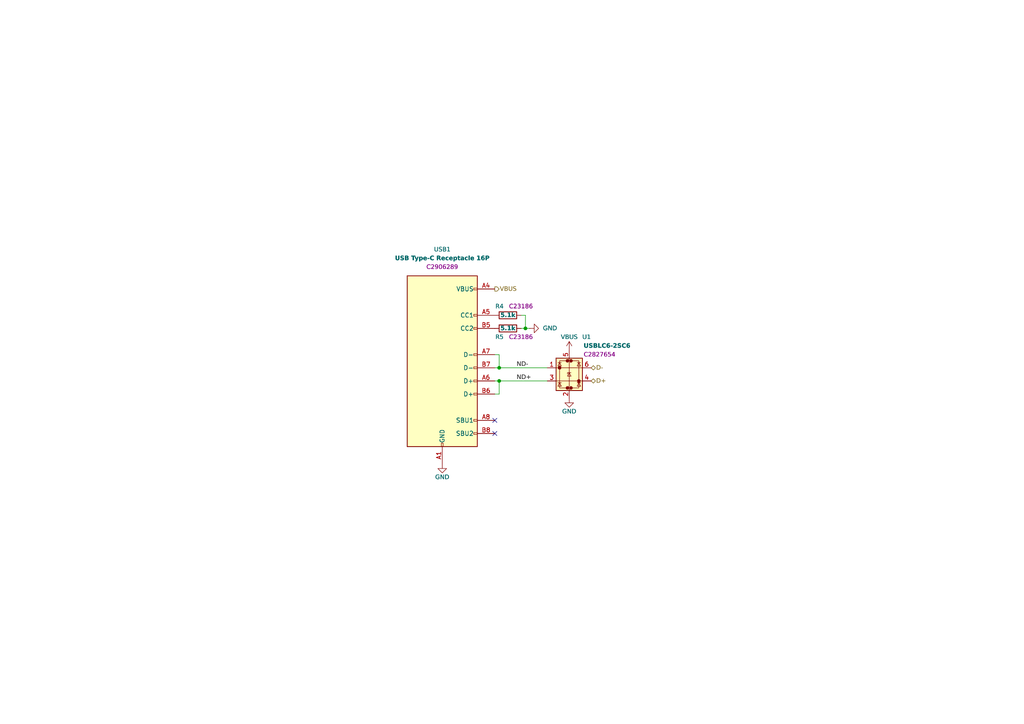
<source format=kicad_sch>
(kicad_sch
	(version 20231120)
	(generator "eeschema")
	(generator_version "8.0")
	(uuid "76989b56-3a9a-4ba7-8653-2c09cc34f1ca")
	(paper "A4")
	(title_block
		(title "HexTrack PCB")
		(date "2025-01-09")
		(rev "v0.0.1")
		(company "TMShader")
		(comment 9 "HexTrack")
	)
	(lib_symbols
		(symbol "Device:R"
			(pin_numbers hide)
			(pin_names
				(offset 0)
			)
			(exclude_from_sim no)
			(in_bom yes)
			(on_board yes)
			(property "Reference" "R"
				(at 2.032 0 90)
				(effects
					(font
						(size 1.27 1.27)
					)
				)
			)
			(property "Value" "R"
				(at 0 0 90)
				(effects
					(font
						(size 1.27 1.27)
					)
				)
			)
			(property "Footprint" ""
				(at -1.778 0 90)
				(effects
					(font
						(size 1.27 1.27)
					)
					(hide yes)
				)
			)
			(property "Datasheet" "~"
				(at 0 0 0)
				(effects
					(font
						(size 1.27 1.27)
					)
					(hide yes)
				)
			)
			(property "Description" "Resistor"
				(at 0 0 0)
				(effects
					(font
						(size 1.27 1.27)
					)
					(hide yes)
				)
			)
			(property "ki_keywords" "R res resistor"
				(at 0 0 0)
				(effects
					(font
						(size 1.27 1.27)
					)
					(hide yes)
				)
			)
			(property "ki_fp_filters" "R_*"
				(at 0 0 0)
				(effects
					(font
						(size 1.27 1.27)
					)
					(hide yes)
				)
			)
			(symbol "R_0_1"
				(rectangle
					(start -1.016 -2.54)
					(end 1.016 2.54)
					(stroke
						(width 0.254)
						(type default)
					)
					(fill
						(type none)
					)
				)
			)
			(symbol "R_1_1"
				(pin passive line
					(at 0 3.81 270)
					(length 1.27)
					(name "~"
						(effects
							(font
								(size 1.27 1.27)
							)
						)
					)
					(number "1"
						(effects
							(font
								(size 1.27 1.27)
							)
						)
					)
				)
				(pin passive line
					(at 0 -3.81 90)
					(length 1.27)
					(name "~"
						(effects
							(font
								(size 1.27 1.27)
							)
						)
					)
					(number "2"
						(effects
							(font
								(size 1.27 1.27)
							)
						)
					)
				)
			)
		)
		(symbol "HexTrack:USBLC6-2SC6"
			(pin_names hide)
			(exclude_from_sim no)
			(in_bom yes)
			(on_board yes)
			(property "Reference" "U1"
				(at 1.27 10.16 0)
				(effects
					(font
						(face "Lexend")
						(size 1.27 1.27)
					)
					(justify left)
				)
			)
			(property "Value" "USBLC6-2SC6"
				(at 1.27 7.62 0)
				(effects
					(font
						(face "Lexend")
						(size 1.27 1.27)
						(thickness 0.254)
						(bold yes)
					)
					(justify left)
				)
			)
			(property "Footprint" "Package_TO_SOT_SMD:SOT-23-6"
				(at 1.27 -6.35 0)
				(effects
					(font
						(size 1.27 1.27)
						(italic yes)
					)
					(justify left)
					(hide yes)
				)
			)
			(property "Datasheet" "https://www.st.com/resource/en/datasheet/usblc6-2.pdf"
				(at 1.27 -8.255 0)
				(effects
					(font
						(size 1.27 1.27)
					)
					(justify left)
					(hide yes)
				)
			)
			(property "Description" "Very low capacitance ESD protection diode, 2 data-line, SOT-23-6"
				(at 0 0 0)
				(effects
					(font
						(size 1.27 1.27)
					)
					(hide yes)
				)
			)
			(property "LCSC" "C2827654"
				(at 1.27 5.08 0)
				(effects
					(font
						(face "Lexend")
						(size 1.27 1.27)
					)
					(justify left)
				)
			)
			(property "ki_keywords" "usb ethernet video"
				(at 0 0 0)
				(effects
					(font
						(size 1.27 1.27)
					)
					(hide yes)
				)
			)
			(property "ki_fp_filters" "SOT?23*"
				(at 0 0 0)
				(effects
					(font
						(size 1.27 1.27)
					)
					(hide yes)
				)
			)
			(symbol "USBLC6-2SC6_0_0"
				(circle
					(center -2.794 1.27)
					(radius 0.0001)
					(stroke
						(width 0.508)
						(type default)
					)
					(fill
						(type none)
					)
				)
				(circle
					(center -0.508 -4.572)
					(radius 0.0001)
					(stroke
						(width 0.508)
						(type default)
					)
					(fill
						(type none)
					)
				)
				(circle
					(center -0.508 3.302)
					(radius 0.0001)
					(stroke
						(width 0.508)
						(type default)
					)
					(fill
						(type none)
					)
				)
				(circle
					(center 0.508 -4.572)
					(radius 0.0001)
					(stroke
						(width 0.508)
						(type default)
					)
					(fill
						(type none)
					)
				)
				(circle
					(center 0.508 3.302)
					(radius 0.0001)
					(stroke
						(width 0.508)
						(type default)
					)
					(fill
						(type none)
					)
				)
				(circle
					(center 2.794 -2.54)
					(radius 0.0001)
					(stroke
						(width 0.508)
						(type default)
					)
					(fill
						(type none)
					)
				)
			)
			(symbol "USBLC6-2SC6_0_1"
				(polyline
					(pts
						(xy -3.81 -2.54) (xy 3.81 -2.54)
					)
					(stroke
						(width 0)
						(type default)
					)
					(fill
						(type none)
					)
				)
				(polyline
					(pts
						(xy -3.81 1.27) (xy 3.81 1.27)
					)
					(stroke
						(width 0)
						(type default)
					)
					(fill
						(type none)
					)
				)
				(polyline
					(pts
						(xy -3.302 -3.048) (xy -2.286 -3.048)
					)
					(stroke
						(width 0)
						(type default)
					)
					(fill
						(type none)
					)
				)
				(polyline
					(pts
						(xy -2.286 2.794) (xy -3.302 2.794)
					)
					(stroke
						(width 0)
						(type default)
					)
					(fill
						(type none)
					)
				)
				(polyline
					(pts
						(xy 2.286 -3.048) (xy 3.302 -3.048)
					)
					(stroke
						(width 0)
						(type default)
					)
					(fill
						(type none)
					)
				)
				(polyline
					(pts
						(xy 2.286 2.794) (xy 3.302 2.794)
					)
					(stroke
						(width 0)
						(type default)
					)
					(fill
						(type none)
					)
				)
				(polyline
					(pts
						(xy -0.508 -0.508) (xy -0.508 -0.127) (xy 0.508 -0.127)
					)
					(stroke
						(width 0)
						(type default)
					)
					(fill
						(type none)
					)
				)
				(polyline
					(pts
						(xy -3.302 1.778) (xy -2.286 1.778) (xy -2.794 2.794) (xy -3.302 1.778)
					)
					(stroke
						(width 0)
						(type default)
					)
					(fill
						(type none)
					)
				)
				(polyline
					(pts
						(xy -2.286 -4.064) (xy -3.302 -4.064) (xy -2.794 -3.048) (xy -2.286 -4.064)
					)
					(stroke
						(width 0)
						(type default)
					)
					(fill
						(type none)
					)
				)
				(polyline
					(pts
						(xy 0.508 -1.143) (xy -0.508 -1.143) (xy 0 -0.127) (xy 0.508 -1.143)
					)
					(stroke
						(width 0)
						(type default)
					)
					(fill
						(type none)
					)
				)
				(polyline
					(pts
						(xy 3.302 -4.064) (xy 2.286 -4.064) (xy 2.794 -3.048) (xy 3.302 -4.064)
					)
					(stroke
						(width 0)
						(type default)
					)
					(fill
						(type none)
					)
				)
				(polyline
					(pts
						(xy 3.302 1.778) (xy 2.286 1.778) (xy 2.794 2.794) (xy 3.302 1.778)
					)
					(stroke
						(width 0)
						(type default)
					)
					(fill
						(type none)
					)
				)
				(polyline
					(pts
						(xy 0 3.81) (xy -0.508 3.302) (xy 0.508 3.302) (xy 0 2.794) (xy 0 -4.064) (xy -0.508 -4.572) (xy 0.508 -4.572)
						(xy 0 -5.08)
					)
					(stroke
						(width 0)
						(type default)
					)
					(fill
						(type none)
					)
				)
			)
			(symbol "USBLC6-2SC6_1_1"
				(rectangle
					(start -3.81 4.064)
					(end 3.81 -5.334)
					(stroke
						(width 0.254)
						(type default)
					)
					(fill
						(type background)
					)
				)
				(polyline
					(pts
						(xy -0.508 3.302) (xy -2.794 3.302) (xy -2.794 -4.572) (xy -0.508 -4.572)
					)
					(stroke
						(width 0)
						(type default)
					)
					(fill
						(type none)
					)
				)
				(polyline
					(pts
						(xy 0.508 -4.572) (xy 2.794 -4.572) (xy 2.794 3.302) (xy 0.508 3.302)
					)
					(stroke
						(width 0)
						(type default)
					)
					(fill
						(type none)
					)
				)
				(pin passive line
					(at -6.35 1.27 0)
					(length 2.54)
					(name "I/O1"
						(effects
							(font
								(size 1.27 1.27)
							)
						)
					)
					(number "1"
						(effects
							(font
								(size 1.27 1.27)
							)
						)
					)
				)
				(pin passive line
					(at 0 -7.62 90)
					(length 2.54)
					(name "GND"
						(effects
							(font
								(size 1.27 1.27)
							)
						)
					)
					(number "2"
						(effects
							(font
								(size 1.27 1.27)
							)
						)
					)
				)
				(pin passive line
					(at -6.35 -2.54 0)
					(length 2.54)
					(name "I/O2"
						(effects
							(font
								(size 1.27 1.27)
							)
						)
					)
					(number "3"
						(effects
							(font
								(size 1.27 1.27)
							)
						)
					)
				)
				(pin passive line
					(at 6.35 -2.54 180)
					(length 2.54)
					(name "I/O2"
						(effects
							(font
								(size 1.27 1.27)
							)
						)
					)
					(number "4"
						(effects
							(font
								(size 1.27 1.27)
							)
						)
					)
				)
				(pin passive line
					(at 0 6.35 270)
					(length 2.54)
					(name "VBUS"
						(effects
							(font
								(size 1.27 1.27)
							)
						)
					)
					(number "5"
						(effects
							(font
								(size 1.27 1.27)
							)
						)
					)
				)
				(pin passive line
					(at 6.35 1.27 180)
					(length 2.54)
					(name "I/O1"
						(effects
							(font
								(size 1.27 1.27)
							)
						)
					)
					(number "6"
						(effects
							(font
								(size 1.27 1.27)
							)
						)
					)
				)
			)
		)
		(symbol "HexTrack:USB_C_Receptacle_USB2.0_16P"
			(pin_names
				(offset 1.016)
			)
			(exclude_from_sim no)
			(in_bom yes)
			(on_board yes)
			(property "Reference" "J1"
				(at 0 29.21 0)
				(effects
					(font
						(size 1.27 1.27)
					)
				)
			)
			(property "Value" "USB_C_Receptacle_USB2.0_16P"
				(at 0 26.67 0)
				(effects
					(font
						(size 1.27 1.27)
					)
				)
			)
			(property "Footprint" ""
				(at -15.24 -11.43 0)
				(effects
					(font
						(size 1.27 1.27)
					)
					(hide yes)
				)
			)
			(property "Datasheet" "https://www.usb.org/sites/default/files/documents/usb_type-c.zip"
				(at 3.81 0 0)
				(effects
					(font
						(size 1.27 1.27)
					)
					(hide yes)
				)
			)
			(property "Description" "USB 2.0-only 16P Type-C Receptacle connector"
				(at 0 0 0)
				(effects
					(font
						(size 1.27 1.27)
					)
					(hide yes)
				)
			)
			(property "ki_keywords" "usb universal serial bus type-C USB2.0"
				(at 0 0 0)
				(effects
					(font
						(size 1.27 1.27)
					)
					(hide yes)
				)
			)
			(property "ki_fp_filters" "USB*C*Receptacle*"
				(at 0 0 0)
				(effects
					(font
						(size 1.27 1.27)
					)
					(hide yes)
				)
			)
			(symbol "USB_C_Receptacle_USB2.0_16P_0_0"
				(rectangle
					(start -0.254 -25.4)
					(end 0.254 -24.384)
					(stroke
						(width 0)
						(type default)
					)
					(fill
						(type none)
					)
				)
				(rectangle
					(start 10.16 -21.336)
					(end 9.144 -21.844)
					(stroke
						(width 0)
						(type default)
					)
					(fill
						(type none)
					)
				)
				(rectangle
					(start 10.16 -17.526)
					(end 9.144 -18.034)
					(stroke
						(width 0)
						(type default)
					)
					(fill
						(type none)
					)
				)
				(rectangle
					(start 10.16 -9.906)
					(end 9.144 -10.414)
					(stroke
						(width 0)
						(type default)
					)
					(fill
						(type none)
					)
				)
				(rectangle
					(start 10.16 -6.096)
					(end 9.144 -6.604)
					(stroke
						(width 0)
						(type default)
					)
					(fill
						(type none)
					)
				)
				(rectangle
					(start 10.16 -2.286)
					(end 9.144 -2.794)
					(stroke
						(width 0)
						(type default)
					)
					(fill
						(type none)
					)
				)
				(rectangle
					(start 10.16 1.524)
					(end 9.144 1.016)
					(stroke
						(width 0)
						(type default)
					)
					(fill
						(type none)
					)
				)
				(rectangle
					(start 10.16 9.144)
					(end 9.144 8.636)
					(stroke
						(width 0)
						(type default)
					)
					(fill
						(type none)
					)
				)
				(rectangle
					(start 10.16 12.954)
					(end 9.144 12.446)
					(stroke
						(width 0)
						(type default)
					)
					(fill
						(type none)
					)
				)
				(rectangle
					(start 10.16 20.574)
					(end 9.144 20.066)
					(stroke
						(width 0)
						(type default)
					)
					(fill
						(type none)
					)
				)
			)
			(symbol "USB_C_Receptacle_USB2.0_16P_0_1"
				(rectangle
					(start -10.16 24.13)
					(end 10.16 -25.4)
					(stroke
						(width 0.254)
						(type default)
					)
					(fill
						(type background)
					)
				)
			)
			(symbol "USB_C_Receptacle_USB2.0_16P_1_1"
				(pin passive line
					(at 0 -30.48 90)
					(length 5.08)
					(name "GND"
						(effects
							(font
								(size 1.27 1.27)
							)
						)
					)
					(number "A1"
						(effects
							(font
								(size 1.27 1.27)
							)
						)
					)
				)
				(pin passive line
					(at 0 -30.48 90)
					(length 5.08) hide
					(name "GND"
						(effects
							(font
								(size 1.27 1.27)
							)
						)
					)
					(number "A12"
						(effects
							(font
								(size 1.27 1.27)
							)
						)
					)
				)
				(pin passive line
					(at 15.24 20.32 180)
					(length 5.08)
					(name "VBUS"
						(effects
							(font
								(size 1.27 1.27)
							)
						)
					)
					(number "A4"
						(effects
							(font
								(size 1.27 1.27)
							)
						)
					)
				)
				(pin bidirectional line
					(at 15.24 12.7 180)
					(length 5.08)
					(name "CC1"
						(effects
							(font
								(size 1.27 1.27)
							)
						)
					)
					(number "A5"
						(effects
							(font
								(size 1.27 1.27)
							)
						)
					)
				)
				(pin bidirectional line
					(at 15.24 -6.35 180)
					(length 5.08)
					(name "D+"
						(effects
							(font
								(size 1.27 1.27)
							)
						)
					)
					(number "A6"
						(effects
							(font
								(size 1.27 1.27)
							)
						)
					)
				)
				(pin bidirectional line
					(at 15.24 1.27 180)
					(length 5.08)
					(name "D-"
						(effects
							(font
								(size 1.27 1.27)
							)
						)
					)
					(number "A7"
						(effects
							(font
								(size 1.27 1.27)
							)
						)
					)
				)
				(pin bidirectional line
					(at 15.24 -17.78 180)
					(length 5.08)
					(name "SBU1"
						(effects
							(font
								(size 1.27 1.27)
							)
						)
					)
					(number "A8"
						(effects
							(font
								(size 1.27 1.27)
							)
						)
					)
				)
				(pin passive line
					(at 15.24 20.32 180)
					(length 5.08) hide
					(name "VBUS"
						(effects
							(font
								(size 1.27 1.27)
							)
						)
					)
					(number "A9"
						(effects
							(font
								(size 1.27 1.27)
							)
						)
					)
				)
				(pin passive line
					(at 0 -30.48 90)
					(length 5.08) hide
					(name "GND"
						(effects
							(font
								(size 1.27 1.27)
							)
						)
					)
					(number "B1"
						(effects
							(font
								(size 1.27 1.27)
							)
						)
					)
				)
				(pin passive line
					(at 0 -30.48 90)
					(length 5.08) hide
					(name "GND"
						(effects
							(font
								(size 1.27 1.27)
							)
						)
					)
					(number "B12"
						(effects
							(font
								(size 1.27 1.27)
							)
						)
					)
				)
				(pin passive line
					(at 15.24 20.32 180)
					(length 5.08) hide
					(name "VBUS"
						(effects
							(font
								(size 1.27 1.27)
							)
						)
					)
					(number "B4"
						(effects
							(font
								(size 1.27 1.27)
							)
						)
					)
				)
				(pin bidirectional line
					(at 15.24 8.89 180)
					(length 5.08)
					(name "CC2"
						(effects
							(font
								(size 1.27 1.27)
							)
						)
					)
					(number "B5"
						(effects
							(font
								(size 1.27 1.27)
							)
						)
					)
				)
				(pin bidirectional line
					(at 15.24 -10.16 180)
					(length 5.08)
					(name "D+"
						(effects
							(font
								(size 1.27 1.27)
							)
						)
					)
					(number "B6"
						(effects
							(font
								(size 1.27 1.27)
							)
						)
					)
				)
				(pin bidirectional line
					(at 15.24 -2.54 180)
					(length 5.08)
					(name "D-"
						(effects
							(font
								(size 1.27 1.27)
							)
						)
					)
					(number "B7"
						(effects
							(font
								(size 1.27 1.27)
							)
						)
					)
				)
				(pin bidirectional line
					(at 15.24 -21.59 180)
					(length 5.08)
					(name "SBU2"
						(effects
							(font
								(size 1.27 1.27)
							)
						)
					)
					(number "B8"
						(effects
							(font
								(size 1.27 1.27)
							)
						)
					)
				)
				(pin passive line
					(at 15.24 20.32 180)
					(length 5.08) hide
					(name "VBUS"
						(effects
							(font
								(size 1.27 1.27)
							)
						)
					)
					(number "B9"
						(effects
							(font
								(size 1.27 1.27)
							)
						)
					)
				)
				(pin passive line
					(at 0 -30.48 90)
					(length 5.08) hide
					(name "SHIELD"
						(effects
							(font
								(size 1.27 1.27)
							)
						)
					)
					(number "S1"
						(effects
							(font
								(size 1.27 1.27)
							)
						)
					)
				)
			)
		)
		(symbol "power:GND"
			(power)
			(pin_numbers hide)
			(pin_names
				(offset 0) hide)
			(exclude_from_sim no)
			(in_bom yes)
			(on_board yes)
			(property "Reference" "#PWR"
				(at 0 -6.35 0)
				(effects
					(font
						(size 1.27 1.27)
					)
					(hide yes)
				)
			)
			(property "Value" "GND"
				(at 0 -3.81 0)
				(effects
					(font
						(size 1.27 1.27)
					)
				)
			)
			(property "Footprint" ""
				(at 0 0 0)
				(effects
					(font
						(size 1.27 1.27)
					)
					(hide yes)
				)
			)
			(property "Datasheet" ""
				(at 0 0 0)
				(effects
					(font
						(size 1.27 1.27)
					)
					(hide yes)
				)
			)
			(property "Description" "Power symbol creates a global label with name \"GND\" , ground"
				(at 0 0 0)
				(effects
					(font
						(size 1.27 1.27)
					)
					(hide yes)
				)
			)
			(property "ki_keywords" "global power"
				(at 0 0 0)
				(effects
					(font
						(size 1.27 1.27)
					)
					(hide yes)
				)
			)
			(symbol "GND_0_1"
				(polyline
					(pts
						(xy 0 0) (xy 0 -1.27) (xy 1.27 -1.27) (xy 0 -2.54) (xy -1.27 -1.27) (xy 0 -1.27)
					)
					(stroke
						(width 0)
						(type default)
					)
					(fill
						(type none)
					)
				)
			)
			(symbol "GND_1_1"
				(pin power_in line
					(at 0 0 270)
					(length 0)
					(name "~"
						(effects
							(font
								(size 1.27 1.27)
							)
						)
					)
					(number "1"
						(effects
							(font
								(size 1.27 1.27)
							)
						)
					)
				)
			)
		)
		(symbol "power:VBUS"
			(power)
			(pin_numbers hide)
			(pin_names
				(offset 0) hide)
			(exclude_from_sim no)
			(in_bom yes)
			(on_board yes)
			(property "Reference" "#PWR"
				(at 0 -3.81 0)
				(effects
					(font
						(size 1.27 1.27)
					)
					(hide yes)
				)
			)
			(property "Value" "VBUS"
				(at 0 3.556 0)
				(effects
					(font
						(size 1.27 1.27)
					)
				)
			)
			(property "Footprint" ""
				(at 0 0 0)
				(effects
					(font
						(size 1.27 1.27)
					)
					(hide yes)
				)
			)
			(property "Datasheet" ""
				(at 0 0 0)
				(effects
					(font
						(size 1.27 1.27)
					)
					(hide yes)
				)
			)
			(property "Description" "Power symbol creates a global label with name \"VBUS\""
				(at 0 0 0)
				(effects
					(font
						(size 1.27 1.27)
					)
					(hide yes)
				)
			)
			(property "ki_keywords" "global power"
				(at 0 0 0)
				(effects
					(font
						(size 1.27 1.27)
					)
					(hide yes)
				)
			)
			(symbol "VBUS_0_1"
				(polyline
					(pts
						(xy -0.762 1.27) (xy 0 2.54)
					)
					(stroke
						(width 0)
						(type default)
					)
					(fill
						(type none)
					)
				)
				(polyline
					(pts
						(xy 0 0) (xy 0 2.54)
					)
					(stroke
						(width 0)
						(type default)
					)
					(fill
						(type none)
					)
				)
				(polyline
					(pts
						(xy 0 2.54) (xy 0.762 1.27)
					)
					(stroke
						(width 0)
						(type default)
					)
					(fill
						(type none)
					)
				)
			)
			(symbol "VBUS_1_1"
				(pin power_in line
					(at 0 0 90)
					(length 0)
					(name "~"
						(effects
							(font
								(size 1.27 1.27)
							)
						)
					)
					(number "1"
						(effects
							(font
								(size 1.27 1.27)
							)
						)
					)
				)
			)
		)
	)
	(junction
		(at 152.4 95.25)
		(diameter 0)
		(color 0 0 0 0)
		(uuid "bf1fbbda-cc50-48a4-9953-8c8449ac7cb4")
	)
	(junction
		(at 144.78 110.49)
		(diameter 0)
		(color 0 0 0 0)
		(uuid "d0bd6121-a81c-410d-97a8-2b820fddbb07")
	)
	(junction
		(at 144.78 106.68)
		(diameter 0)
		(color 0 0 0 0)
		(uuid "eb1ee81c-1e2a-4ea9-99f4-e103c5349921")
	)
	(no_connect
		(at 143.51 121.92)
		(uuid "13717d97-38ab-4147-8e59-dad4d268f592")
	)
	(no_connect
		(at 143.51 125.73)
		(uuid "e4993d3f-5aa8-42ab-b3e3-b4dae794a281")
	)
	(wire
		(pts
			(xy 151.13 95.25) (xy 152.4 95.25)
		)
		(stroke
			(width 0)
			(type default)
		)
		(uuid "199fe03e-609b-442d-8c2f-00b6c8f8b0b5")
	)
	(wire
		(pts
			(xy 144.78 110.49) (xy 144.78 114.3)
		)
		(stroke
			(width 0)
			(type default)
		)
		(uuid "31e255c2-8389-467f-ba82-78f06316f464")
	)
	(wire
		(pts
			(xy 144.78 110.49) (xy 143.51 110.49)
		)
		(stroke
			(width 0)
			(type default)
		)
		(uuid "36760727-2258-4f6e-9ec2-3f279f2865f6")
	)
	(wire
		(pts
			(xy 152.4 95.25) (xy 153.67 95.25)
		)
		(stroke
			(width 0)
			(type default)
		)
		(uuid "710f8cae-ba8a-4b77-bdf0-4f02002eff1c")
	)
	(wire
		(pts
			(xy 143.51 114.3) (xy 144.78 114.3)
		)
		(stroke
			(width 0)
			(type default)
		)
		(uuid "73ff97af-f2ce-4c21-9048-79c64f621ef9")
	)
	(wire
		(pts
			(xy 144.78 102.87) (xy 143.51 102.87)
		)
		(stroke
			(width 0)
			(type default)
		)
		(uuid "8a8f9fe3-d2b6-4aee-86df-3a77723c8f32")
	)
	(wire
		(pts
			(xy 144.78 106.68) (xy 144.78 102.87)
		)
		(stroke
			(width 0)
			(type default)
		)
		(uuid "8bfaf1db-a3b4-41d9-ae42-ddc049278c3e")
	)
	(wire
		(pts
			(xy 143.51 106.68) (xy 144.78 106.68)
		)
		(stroke
			(width 0)
			(type default)
		)
		(uuid "a4bcc4b5-3924-4749-abe6-9d397cf8bf50")
	)
	(wire
		(pts
			(xy 144.78 110.49) (xy 158.75 110.49)
		)
		(stroke
			(width 0)
			(type default)
		)
		(uuid "abbf0bc3-d129-4297-99aa-a11e175715b8")
	)
	(wire
		(pts
			(xy 152.4 91.44) (xy 151.13 91.44)
		)
		(stroke
			(width 0)
			(type default)
		)
		(uuid "bc8f7ea2-8b20-4e8d-9644-2702eaeb690a")
	)
	(wire
		(pts
			(xy 144.78 106.68) (xy 158.75 106.68)
		)
		(stroke
			(width 0)
			(type default)
		)
		(uuid "d8b261a4-0ee6-4856-8780-09d4efe8f803")
	)
	(wire
		(pts
			(xy 152.4 91.44) (xy 152.4 95.25)
		)
		(stroke
			(width 0)
			(type default)
		)
		(uuid "e0ba1807-564e-42b1-b1c5-4719b5bbc388")
	)
	(text "${SHEETNAME}"
		(exclude_from_sim no)
		(at 19.05 25.4 0)
		(effects
			(font
				(face "Lexend")
				(size 8 8)
				(thickness 1.6256)
				(bold yes)
			)
			(justify left top)
		)
		(uuid "945c2c4f-278c-449f-b106-ef0564e625c9")
	)
	(label "ND-"
		(at 149.86 106.68 0)
		(fields_autoplaced yes)
		(effects
			(font
				(face "Lexend")
				(size 1.27 1.27)
			)
			(justify left bottom)
		)
		(uuid "791f4a6b-5d3e-4dcf-802c-327ff1f2864f")
	)
	(label "ND+"
		(at 149.86 110.49 0)
		(fields_autoplaced yes)
		(effects
			(font
				(face "Lexend")
				(size 1.27 1.27)
			)
			(justify left bottom)
		)
		(uuid "db566b3c-8187-49f0-bfb0-418cd9388d0b")
	)
	(hierarchical_label "VBUS"
		(shape output)
		(at 143.51 83.82 0)
		(fields_autoplaced yes)
		(effects
			(font
				(face "Lexend")
				(size 1.27 1.27)
			)
			(justify left)
		)
		(uuid "53146872-355c-483e-a053-30156c545eaf")
	)
	(hierarchical_label "D+"
		(shape bidirectional)
		(at 171.45 110.49 0)
		(fields_autoplaced yes)
		(effects
			(font
				(face "Lexend")
				(size 1.27 1.27)
			)
			(justify left)
		)
		(uuid "8df962a0-ad9a-4cb5-9ad3-0a0685585796")
	)
	(hierarchical_label "D-"
		(shape bidirectional)
		(at 171.45 106.68 0)
		(fields_autoplaced yes)
		(effects
			(font
				(face "Lexend")
				(size 1.27 1.27)
			)
			(justify left)
		)
		(uuid "a60136a1-8dd9-4657-9321-28080395e16c")
	)
	(symbol
		(lib_id "Device:R")
		(at 147.32 91.44 270)
		(unit 1)
		(exclude_from_sim no)
		(in_bom yes)
		(on_board yes)
		(dnp no)
		(uuid "03693970-2eb0-4b90-94ba-aebf99ddc83c")
		(property "Reference" "R4"
			(at 146.05 88.9 90)
			(effects
				(font
					(face "Lexend")
					(size 1.27 1.27)
				)
				(justify right)
			)
		)
		(property "Value" "5.1k"
			(at 147.32 91.44 90)
			(effects
				(font
					(face "Lexend")
					(size 1.27 1.27)
					(thickness 0.254)
					(bold yes)
				)
			)
		)
		(property "Footprint" "Resistor_SMD:R_0603_1608Metric"
			(at 147.32 89.662 90)
			(effects
				(font
					(size 1.27 1.27)
				)
				(hide yes)
			)
		)
		(property "Datasheet" "~"
			(at 147.32 91.44 0)
			(effects
				(font
					(size 1.27 1.27)
				)
				(hide yes)
			)
		)
		(property "Description" "Resistor"
			(at 147.32 91.44 0)
			(effects
				(font
					(size 1.27 1.27)
				)
				(hide yes)
			)
		)
		(property "LCSC" "C23186"
			(at 147.32 88.9 90)
			(effects
				(font
					(face "Lexend")
					(size 1.27 1.27)
				)
				(justify left)
			)
		)
		(pin "2"
			(uuid "79341423-1a6e-450a-8110-2e903fda183d")
		)
		(pin "1"
			(uuid "29d72a0b-53b8-4398-a530-4476a68d2934")
		)
		(instances
			(project "hextrack"
				(path "/e03ae3c5-ddb7-48ac-a408-9dcc58a57689/9836e963-ec32-4c01-99da-5c973017755a/b85208ae-6025-47c1-ac11-02f6f1e1bd30"
					(reference "R4")
					(unit 1)
				)
			)
		)
	)
	(symbol
		(lib_id "power:GND")
		(at 165.1 115.57 0)
		(unit 1)
		(exclude_from_sim no)
		(in_bom yes)
		(on_board yes)
		(dnp no)
		(uuid "35042730-e101-4ff5-88c3-7c6fce50d883")
		(property "Reference" "#PWR016"
			(at 165.1 121.92 0)
			(effects
				(font
					(size 1.27 1.27)
				)
				(hide yes)
			)
		)
		(property "Value" "GND"
			(at 165.1 119.38 0)
			(effects
				(font
					(face "Lexend")
					(size 1.27 1.27)
				)
			)
		)
		(property "Footprint" ""
			(at 165.1 115.57 0)
			(effects
				(font
					(size 1.27 1.27)
				)
				(hide yes)
			)
		)
		(property "Datasheet" ""
			(at 165.1 115.57 0)
			(effects
				(font
					(size 1.27 1.27)
				)
				(hide yes)
			)
		)
		(property "Description" "Power symbol creates a global label with name \"GND\" , ground"
			(at 165.1 115.57 0)
			(effects
				(font
					(size 1.27 1.27)
				)
				(hide yes)
			)
		)
		(pin "1"
			(uuid "3dda114e-1128-4f40-a8ce-829a6052b12d")
		)
		(instances
			(project "hextrack"
				(path "/e03ae3c5-ddb7-48ac-a408-9dcc58a57689/9836e963-ec32-4c01-99da-5c973017755a/b85208ae-6025-47c1-ac11-02f6f1e1bd30"
					(reference "#PWR016")
					(unit 1)
				)
			)
		)
	)
	(symbol
		(lib_id "power:VBUS")
		(at 165.1 101.6 0)
		(unit 1)
		(exclude_from_sim no)
		(in_bom yes)
		(on_board yes)
		(dnp no)
		(uuid "496dac43-44b9-4b58-9627-42aa25333b78")
		(property "Reference" "#PWR017"
			(at 165.1 105.41 0)
			(effects
				(font
					(size 1.27 1.27)
				)
				(hide yes)
			)
		)
		(property "Value" "VBUS"
			(at 165.1 97.79 0)
			(effects
				(font
					(face "Lexend")
					(size 1.27 1.27)
				)
			)
		)
		(property "Footprint" ""
			(at 165.1 101.6 0)
			(effects
				(font
					(size 1.27 1.27)
				)
				(hide yes)
			)
		)
		(property "Datasheet" ""
			(at 165.1 101.6 0)
			(effects
				(font
					(size 1.27 1.27)
				)
				(hide yes)
			)
		)
		(property "Description" "Power symbol creates a global label with name \"VBUS\""
			(at 165.1 101.6 0)
			(effects
				(font
					(size 1.27 1.27)
				)
				(hide yes)
			)
		)
		(pin "1"
			(uuid "ff74e343-de40-4687-b54b-a347246e627c")
		)
		(instances
			(project ""
				(path "/e03ae3c5-ddb7-48ac-a408-9dcc58a57689/9836e963-ec32-4c01-99da-5c973017755a/b85208ae-6025-47c1-ac11-02f6f1e1bd30"
					(reference "#PWR017")
					(unit 1)
				)
			)
		)
	)
	(symbol
		(lib_id "HexTrack:USB_C_Receptacle_USB2.0_16P")
		(at 128.27 104.14 0)
		(unit 1)
		(exclude_from_sim no)
		(in_bom yes)
		(on_board yes)
		(dnp no)
		(uuid "5a9a8d6f-3ac2-425c-a645-2b1221db5117")
		(property "Reference" "USB1"
			(at 128.27 72.39 0)
			(effects
				(font
					(face "Lexend")
					(size 1.27 1.27)
				)
			)
		)
		(property "Value" "USB Type-C Receptacle 16P"
			(at 128.27 74.93 0)
			(effects
				(font
					(face "Lexend")
					(size 1.27 1.27)
					(bold yes)
				)
			)
		)
		(property "Footprint" "HexTrack:USB_C_16P_CB0.8_073"
			(at 113.03 115.57 0)
			(effects
				(font
					(size 1.27 1.27)
				)
				(hide yes)
			)
		)
		(property "Datasheet" "https://www.usb.org/sites/default/files/documents/usb_type-c.zip"
			(at 132.08 104.14 0)
			(effects
				(font
					(size 1.27 1.27)
				)
				(hide yes)
			)
		)
		(property "Description" "USB 2.0-only 16P Type-C Receptacle connector"
			(at 128.27 104.14 0)
			(effects
				(font
					(size 1.27 1.27)
				)
				(hide yes)
			)
		)
		(property "LCSC" "C2906289"
			(at 128.27 77.47 0)
			(effects
				(font
					(face "Lexend")
					(size 1.27 1.27)
				)
			)
		)
		(pin "A1"
			(uuid "f13d4d0e-d38e-4d66-ab35-607432a99859")
		)
		(pin "B12"
			(uuid "6433a6a3-baf2-4087-88db-f89f10aa9a5b")
		)
		(pin "B1"
			(uuid "d161e05f-4e98-4196-8fa0-851b9d56564b")
		)
		(pin "A9"
			(uuid "fd76879c-c287-496d-98cc-aa7c447752f1")
		)
		(pin "A5"
			(uuid "16877cfa-4f91-465d-937f-aec093e1fb73")
		)
		(pin "A7"
			(uuid "26e5e5d6-011c-412c-abc3-ed25dc20d03c")
		)
		(pin "B8"
			(uuid "3877c9ea-4233-4837-ba21-2534dbd54e1b")
		)
		(pin "B4"
			(uuid "32a4fb59-859c-49b9-964c-13d6674a76b0")
		)
		(pin "S1"
			(uuid "a08a0797-1f0e-479e-9000-c006ffe32058")
		)
		(pin "A8"
			(uuid "78805500-ffe5-4891-9126-e29d1402ff2c")
		)
		(pin "B6"
			(uuid "1c27ce47-6cbd-40a2-8069-df9a1cd63976")
		)
		(pin "B5"
			(uuid "d67550fc-346b-4e10-a5eb-0aca16b05c69")
		)
		(pin "B7"
			(uuid "f233cec2-32fb-4af4-ae25-25e94aed6382")
		)
		(pin "B9"
			(uuid "c0f77fad-3146-492a-b918-f0d38eea3889")
		)
		(pin "A12"
			(uuid "23f3c847-57b8-4e2a-bdbc-eec3329e06ad")
		)
		(pin "A6"
			(uuid "7f3781ec-71e8-474e-a852-5a254f8711a7")
		)
		(pin "A4"
			(uuid "8631eaa0-932b-4d22-9936-c7d329e9ac14")
		)
		(instances
			(project ""
				(path "/e03ae3c5-ddb7-48ac-a408-9dcc58a57689/9836e963-ec32-4c01-99da-5c973017755a/b85208ae-6025-47c1-ac11-02f6f1e1bd30"
					(reference "USB1")
					(unit 1)
				)
			)
		)
	)
	(symbol
		(lib_id "Device:R")
		(at 147.32 95.25 270)
		(unit 1)
		(exclude_from_sim no)
		(in_bom yes)
		(on_board yes)
		(dnp no)
		(uuid "603453be-0e2d-4db0-b9c7-9346d1d3ac93")
		(property "Reference" "R5"
			(at 146.05 97.79 90)
			(effects
				(font
					(face "Lexend")
					(size 1.27 1.27)
				)
				(justify right)
			)
		)
		(property "Value" "5.1k"
			(at 147.32 95.25 90)
			(effects
				(font
					(face "Lexend")
					(size 1.27 1.27)
					(thickness 0.254)
					(bold yes)
				)
			)
		)
		(property "Footprint" "Resistor_SMD:R_0603_1608Metric"
			(at 147.32 93.472 90)
			(effects
				(font
					(size 1.27 1.27)
				)
				(hide yes)
			)
		)
		(property "Datasheet" "~"
			(at 147.32 95.25 0)
			(effects
				(font
					(size 1.27 1.27)
				)
				(hide yes)
			)
		)
		(property "Description" "Resistor"
			(at 147.32 95.25 0)
			(effects
				(font
					(size 1.27 1.27)
				)
				(hide yes)
			)
		)
		(property "LCSC" "C23186"
			(at 147.32 97.79 90)
			(effects
				(font
					(face "Lexend")
					(size 1.27 1.27)
				)
				(justify left)
			)
		)
		(pin "2"
			(uuid "a0681695-daec-4a70-b1bd-75c379ffbfc8")
		)
		(pin "1"
			(uuid "62ca2a64-b322-4493-847b-78506760ff87")
		)
		(instances
			(project "hextrack"
				(path "/e03ae3c5-ddb7-48ac-a408-9dcc58a57689/9836e963-ec32-4c01-99da-5c973017755a/b85208ae-6025-47c1-ac11-02f6f1e1bd30"
					(reference "R5")
					(unit 1)
				)
			)
		)
	)
	(symbol
		(lib_id "HexTrack:USBLC6-2SC6")
		(at 165.1 107.95 0)
		(unit 1)
		(exclude_from_sim no)
		(in_bom yes)
		(on_board yes)
		(dnp no)
		(uuid "7fecc2c6-32b8-4175-93d7-b6b3544a01f4")
		(property "Reference" "U1"
			(at 168.91 97.79 0)
			(effects
				(font
					(face "Lexend")
					(size 1.27 1.27)
				)
				(justify left)
			)
		)
		(property "Value" "USBLC6-2SC6"
			(at 168.91 100.33 0)
			(effects
				(font
					(face "Lexend")
					(size 1.27 1.27)
					(thickness 0.254)
					(bold yes)
				)
				(justify left)
			)
		)
		(property "Footprint" "Package_TO_SOT_SMD:SOT-23-6"
			(at 166.37 114.3 0)
			(effects
				(font
					(size 1.27 1.27)
					(italic yes)
				)
				(justify left)
				(hide yes)
			)
		)
		(property "Datasheet" "https://www.st.com/resource/en/datasheet/usblc6-2.pdf"
			(at 166.37 116.205 0)
			(effects
				(font
					(size 1.27 1.27)
				)
				(justify left)
				(hide yes)
			)
		)
		(property "Description" "Very low capacitance ESD protection diode, 2 data-line, SOT-23-6"
			(at 165.1 107.95 0)
			(effects
				(font
					(size 1.27 1.27)
				)
				(hide yes)
			)
		)
		(property "LCSC" "C2827654"
			(at 168.91 102.87 0)
			(effects
				(font
					(face "Lexend")
					(size 1.27 1.27)
				)
				(justify left)
			)
		)
		(pin "2"
			(uuid "bc0c2cbc-7a43-4d85-b108-a10eda365ca6")
		)
		(pin "5"
			(uuid "4e17735a-dfcc-495b-9366-0d060cea1b1b")
		)
		(pin "4"
			(uuid "e1ee09a2-8b8f-4509-993d-ecd05ef55fcb")
		)
		(pin "1"
			(uuid "5ea8a3d5-4223-4adc-954d-3ee6b3f1fb0d")
		)
		(pin "3"
			(uuid "3b2a6a7a-1fd5-46fa-af3a-7804c45a137b")
		)
		(pin "6"
			(uuid "8425c149-05dc-4ae8-8f8e-ac2ab2472fc9")
		)
		(instances
			(project ""
				(path "/e03ae3c5-ddb7-48ac-a408-9dcc58a57689/9836e963-ec32-4c01-99da-5c973017755a/b85208ae-6025-47c1-ac11-02f6f1e1bd30"
					(reference "U1")
					(unit 1)
				)
			)
		)
	)
	(symbol
		(lib_id "power:GND")
		(at 128.27 134.62 0)
		(unit 1)
		(exclude_from_sim no)
		(in_bom yes)
		(on_board yes)
		(dnp no)
		(uuid "8153611d-a06e-4718-9151-36ae1f1b99b6")
		(property "Reference" "#PWR014"
			(at 128.27 140.97 0)
			(effects
				(font
					(size 1.27 1.27)
				)
				(hide yes)
			)
		)
		(property "Value" "GND"
			(at 128.27 138.43 0)
			(effects
				(font
					(face "Lexend")
					(size 1.27 1.27)
				)
			)
		)
		(property "Footprint" ""
			(at 128.27 134.62 0)
			(effects
				(font
					(size 1.27 1.27)
				)
				(hide yes)
			)
		)
		(property "Datasheet" ""
			(at 128.27 134.62 0)
			(effects
				(font
					(size 1.27 1.27)
				)
				(hide yes)
			)
		)
		(property "Description" "Power symbol creates a global label with name \"GND\" , ground"
			(at 128.27 134.62 0)
			(effects
				(font
					(size 1.27 1.27)
				)
				(hide yes)
			)
		)
		(pin "1"
			(uuid "33dacd4b-c3dc-44d8-9dee-44135022fe6e")
		)
		(instances
			(project "hextrack"
				(path "/e03ae3c5-ddb7-48ac-a408-9dcc58a57689/9836e963-ec32-4c01-99da-5c973017755a/b85208ae-6025-47c1-ac11-02f6f1e1bd30"
					(reference "#PWR014")
					(unit 1)
				)
			)
		)
	)
	(symbol
		(lib_id "power:GND")
		(at 153.67 95.25 90)
		(unit 1)
		(exclude_from_sim no)
		(in_bom yes)
		(on_board yes)
		(dnp no)
		(uuid "b5bdda7d-4439-42d2-b9b2-f69a6c1dacb0")
		(property "Reference" "#PWR015"
			(at 160.02 95.25 0)
			(effects
				(font
					(size 1.27 1.27)
				)
				(hide yes)
			)
		)
		(property "Value" "GND"
			(at 157.48 95.25 90)
			(effects
				(font
					(face "Lexend")
					(size 1.27 1.27)
				)
				(justify right)
			)
		)
		(property "Footprint" ""
			(at 153.67 95.25 0)
			(effects
				(font
					(size 1.27 1.27)
				)
				(hide yes)
			)
		)
		(property "Datasheet" ""
			(at 153.67 95.25 0)
			(effects
				(font
					(size 1.27 1.27)
				)
				(hide yes)
			)
		)
		(property "Description" "Power symbol creates a global label with name \"GND\" , ground"
			(at 153.67 95.25 0)
			(effects
				(font
					(size 1.27 1.27)
				)
				(hide yes)
			)
		)
		(pin "1"
			(uuid "2ce5d170-ccd1-4d37-a76d-5eb8441a26e1")
		)
		(instances
			(project "hextrack"
				(path "/e03ae3c5-ddb7-48ac-a408-9dcc58a57689/9836e963-ec32-4c01-99da-5c973017755a/b85208ae-6025-47c1-ac11-02f6f1e1bd30"
					(reference "#PWR015")
					(unit 1)
				)
			)
		)
	)
)

</source>
